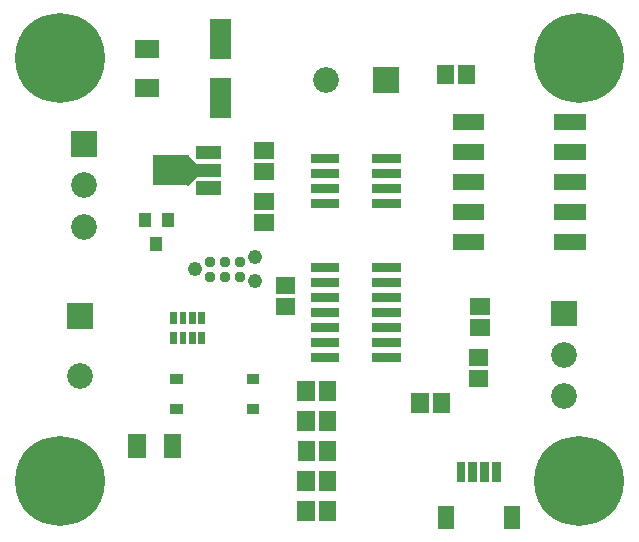
<source format=gbr>
G04 start of page 7 for group -4063 idx -4063 *
G04 Title: (unknown), componentmask *
G04 Creator: pcb 4.0.2 *
G04 CreationDate: Mon Feb 22 17:58:17 2021 UTC *
G04 For: ndholmes *
G04 Format: Gerber/RS-274X *
G04 PCB-Dimensions (mil): 2100.00 1750.00 *
G04 PCB-Coordinate-Origin: lower left *
%MOIN*%
%FSLAX25Y25*%
%LNTOPMASK*%
%ADD47C,0.0370*%
%ADD46C,0.0490*%
%ADD45C,0.0860*%
%ADD44C,0.0001*%
%ADD43C,0.2997*%
G54D43*X190000Y158000D03*
G54D44*G36*
X121200Y154800D02*Y146200D01*
X129800D01*
Y154800D01*
X121200D01*
G37*
G54D45*X105500Y150500D03*
G54D43*X17000Y17000D03*
X190000D03*
X17000Y158000D03*
G54D44*G36*
X20700Y133580D02*Y124980D01*
X29300D01*
Y133580D01*
X20700D01*
G37*
G54D45*X25000Y115500D03*
Y101721D03*
G54D44*G36*
X19200Y76352D02*Y67752D01*
X27800D01*
Y76352D01*
X19200D01*
G37*
G54D45*X23500Y52052D03*
G54D46*X62000Y87500D03*
X82000Y91500D03*
Y83500D03*
G54D44*G36*
X180700Y77080D02*Y68480D01*
X189300D01*
Y77080D01*
X180700D01*
G37*
G54D45*X185000Y59000D03*
Y45221D03*
G54D44*G36*
X62212Y66724D02*X59938D01*
Y62580D01*
X62212D01*
Y66724D01*
G37*
G36*
X65360D02*X63088D01*
Y62580D01*
X65360D01*
Y66724D01*
G37*
G36*
Y73420D02*X63088D01*
Y69276D01*
X65360D01*
Y73420D01*
G37*
G36*
X62212D02*X59938D01*
Y69276D01*
X62212D01*
Y73420D01*
G37*
G36*
X59062D02*X56788D01*
Y69276D01*
X59062D01*
Y73420D01*
G37*
G36*
X55912Y66724D02*X53640D01*
Y62580D01*
X55912D01*
Y66724D01*
G37*
G36*
X59062D02*X56788D01*
Y62580D01*
X59062D01*
Y66724D01*
G37*
G36*
X55912Y73420D02*X53640D01*
Y69276D01*
X55912D01*
Y73420D01*
G37*
G36*
X53650Y42650D02*Y39350D01*
X57850D01*
Y42650D01*
X53650D01*
G37*
G36*
Y52650D02*Y49350D01*
X57850D01*
Y52650D01*
X53650D01*
G37*
G36*
X45454Y32540D02*X39736D01*
Y24460D01*
X45454D01*
Y32540D01*
G37*
G36*
X57264D02*X51546D01*
Y24460D01*
X57264D01*
Y32540D01*
G37*
G54D47*X67000Y85000D03*
Y90000D03*
G54D44*G36*
X101816Y10252D02*X96098D01*
Y3748D01*
X101816D01*
Y10252D01*
G37*
G36*
X108902D02*X103184D01*
Y3748D01*
X108902D01*
Y10252D01*
G37*
G36*
X101816Y20252D02*X96098D01*
Y13748D01*
X101816D01*
Y20252D01*
G37*
G36*
X108902D02*X103184D01*
Y13748D01*
X108902D01*
Y20252D01*
G37*
G36*
X79150Y42650D02*Y39350D01*
X83350D01*
Y42650D01*
X79150D01*
G37*
G36*
Y52650D02*Y49350D01*
X83350D01*
Y52650D01*
X79150D01*
G37*
G36*
X101816Y40252D02*X96098D01*
Y33748D01*
X101816D01*
Y40252D01*
G37*
G36*
X101859Y30252D02*X96141D01*
Y23748D01*
X101859D01*
Y30252D01*
G37*
G36*
X108902Y40252D02*X103184D01*
Y33748D01*
X108902D01*
Y40252D01*
G37*
G36*
X108945Y30252D02*X103227D01*
Y23748D01*
X108945D01*
Y30252D01*
G37*
G36*
X101816Y50252D02*X96098D01*
Y43748D01*
X101816D01*
Y50252D01*
G37*
G36*
X108902D02*X103184D01*
Y43748D01*
X108902D01*
Y50252D01*
G37*
G36*
X88843Y77816D02*Y72098D01*
X95347D01*
Y77816D01*
X88843D01*
G37*
G36*
Y84902D02*Y79184D01*
X95347D01*
Y84902D01*
X88843D01*
G37*
G36*
X100500Y89500D02*Y86500D01*
X110000D01*
Y89500D01*
X100500D01*
G37*
G36*
Y84500D02*Y81500D01*
X110000D01*
Y84500D01*
X100500D01*
G37*
G36*
Y79500D02*Y76500D01*
X110000D01*
Y79500D01*
X100500D01*
G37*
G36*
Y74500D02*Y71500D01*
X110000D01*
Y74500D01*
X100500D01*
G37*
G36*
Y69500D02*Y66500D01*
X110000D01*
Y69500D01*
X100500D01*
G37*
G36*
X121000D02*Y66500D01*
X130500D01*
Y69500D01*
X121000D01*
G37*
G36*
Y74500D02*Y71500D01*
X130500D01*
Y74500D01*
X121000D01*
G37*
G36*
Y79500D02*Y76500D01*
X130500D01*
Y79500D01*
X121000D01*
G37*
G36*
Y84500D02*Y81500D01*
X130500D01*
Y84500D01*
X121000D01*
G37*
G36*
Y89500D02*Y86500D01*
X130500D01*
Y89500D01*
X121000D01*
G37*
G36*
X100500Y64500D02*Y61500D01*
X110000D01*
Y64500D01*
X100500D01*
G37*
G36*
X121000D02*Y61500D01*
X130500D01*
Y64500D01*
X121000D01*
G37*
G36*
X153748Y70859D02*Y65141D01*
X160252D01*
Y70859D01*
X153748D01*
G37*
G36*
Y77945D02*Y72227D01*
X160252D01*
Y77945D01*
X153748D01*
G37*
G36*
X147850Y99100D02*Y93900D01*
X158250D01*
Y99100D01*
X147850D01*
G37*
G36*
X100500Y59500D02*Y56500D01*
X110000D01*
Y59500D01*
X100500D01*
G37*
G36*
X121000D02*Y56500D01*
X130500D01*
Y59500D01*
X121000D01*
G37*
G36*
X153248Y53816D02*Y48098D01*
X159752D01*
Y53816D01*
X153248D01*
G37*
G36*
Y60902D02*Y55184D01*
X159752D01*
Y60902D01*
X153248D01*
G37*
G36*
X146902Y46252D02*X141184D01*
Y39748D01*
X146902D01*
Y46252D01*
G37*
G36*
X139816D02*X134098D01*
Y39748D01*
X139816D01*
Y46252D01*
G37*
G36*
X152075Y23351D02*X149113D01*
Y16649D01*
X152075D01*
Y23351D01*
G37*
G36*
X156012D02*X153050D01*
Y16649D01*
X156012D01*
Y23351D01*
G37*
G36*
X159950D02*X156988D01*
Y16649D01*
X159950D01*
Y23351D01*
G37*
G36*
X163887D02*X160925D01*
Y16649D01*
X163887D01*
Y23351D01*
G37*
G36*
X148138Y8587D02*X142814D01*
Y901D01*
X148138D01*
Y8587D01*
G37*
G36*
X170186D02*X164862D01*
Y901D01*
X170186D01*
Y8587D01*
G37*
G36*
X148316Y155752D02*X142598D01*
Y149248D01*
X148316D01*
Y155752D01*
G37*
G36*
X155402D02*X149684D01*
Y149248D01*
X155402D01*
Y155752D01*
G37*
G36*
X147850Y139100D02*Y133900D01*
X158250D01*
Y139100D01*
X147850D01*
G37*
G36*
X181750D02*Y133900D01*
X192150D01*
Y139100D01*
X181750D01*
G37*
G36*
X147850Y129100D02*Y123900D01*
X158250D01*
Y129100D01*
X147850D01*
G37*
G36*
X181750D02*Y123900D01*
X192150D01*
Y129100D01*
X181750D01*
G37*
G36*
X100500Y126000D02*Y123000D01*
X110000D01*
Y126000D01*
X100500D01*
G37*
G36*
Y121000D02*Y118000D01*
X110000D01*
Y121000D01*
X100500D01*
G37*
G36*
Y116000D02*Y113000D01*
X110000D01*
Y116000D01*
X100500D01*
G37*
G36*
Y111000D02*Y108000D01*
X110000D01*
Y111000D01*
X100500D01*
G37*
G36*
X121000D02*Y108000D01*
X130500D01*
Y111000D01*
X121000D01*
G37*
G36*
X147850Y109100D02*Y103900D01*
X158250D01*
Y109100D01*
X147850D01*
G37*
G36*
X181750D02*Y103900D01*
X192150D01*
Y109100D01*
X181750D01*
G37*
G36*
Y99100D02*Y93900D01*
X192150D01*
Y99100D01*
X181750D01*
G37*
G36*
X121000Y116000D02*Y113000D01*
X130500D01*
Y116000D01*
X121000D01*
G37*
G36*
Y121000D02*Y118000D01*
X130500D01*
Y121000D01*
X121000D01*
G37*
G36*
Y126000D02*Y123000D01*
X130500D01*
Y126000D01*
X121000D01*
G37*
G36*
X147850Y119100D02*Y113900D01*
X158250D01*
Y119100D01*
X147850D01*
G37*
G36*
X181750D02*Y113900D01*
X192150D01*
Y119100D01*
X181750D01*
G37*
G36*
X41950Y151050D02*Y144950D01*
X50050D01*
Y151050D01*
X41950D01*
G37*
G36*
X73950Y151257D02*X67050D01*
Y138058D01*
X73950D01*
Y151257D01*
G37*
G36*
X41950Y164050D02*Y157950D01*
X50050D01*
Y164050D01*
X41950D01*
G37*
G36*
X73950Y170942D02*X67050D01*
Y157743D01*
X73950D01*
Y170942D01*
G37*
G36*
X81748Y105816D02*Y100098D01*
X88252D01*
Y105816D01*
X81748D01*
G37*
G36*
X55000Y106300D02*X51000D01*
Y101700D01*
X55000D01*
Y106300D01*
G37*
G36*
X47200D02*X43200D01*
Y101700D01*
X47200D01*
Y106300D01*
G37*
G36*
X51100Y98100D02*X47100D01*
Y93500D01*
X51100D01*
Y98100D01*
G37*
G36*
X81748Y112902D02*Y107184D01*
X88252D01*
Y112902D01*
X81748D01*
G37*
G36*
Y129902D02*Y124184D01*
X88252D01*
Y129902D01*
X81748D01*
G37*
G36*
Y122816D02*Y117098D01*
X88252D01*
Y122816D01*
X81748D01*
G37*
G36*
X62121Y116784D02*Y112404D01*
X70595D01*
Y116784D01*
X62121D01*
G37*
G36*
X54405Y122690D02*Y118310D01*
X70595D01*
Y122690D01*
X54405D01*
G37*
G36*
X47946Y125525D02*Y115475D01*
X59886D01*
Y125525D01*
X47946D01*
G37*
G36*
X62850Y118615D02*X61006Y120459D01*
X57742Y117195D01*
X59586Y115351D01*
X62850Y118615D01*
G37*
G36*
X59586Y125649D02*X57742Y123805D01*
X61006Y120541D01*
X62850Y122385D01*
X59586Y125649D01*
G37*
G36*
X62121Y128596D02*Y124216D01*
X70595D01*
Y128596D01*
X62121D01*
G37*
G54D47*X72000Y85000D03*
Y90000D03*
X77000D03*
Y85000D03*
M02*

</source>
